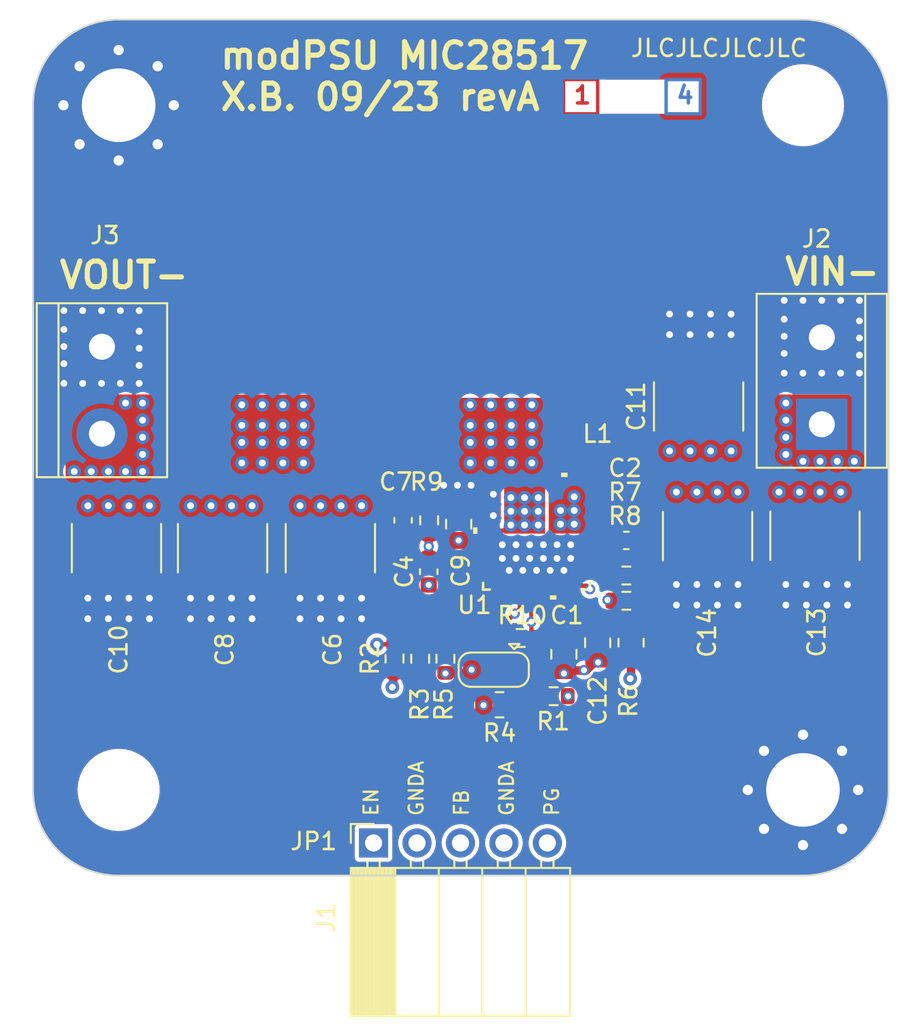
<source format=kicad_pcb>
(kicad_pcb (version 20221018) (generator pcbnew)
  (layers (0 "F.Cu" signal) (1 "In1.Cu" signal) (2 "In2.Cu" signal) (31 "B.Cu" signal) (34 "B.Paste" user) (35 "F.Paste" user) (36 "B.SilkS" user "B.Silkscreen") (37 "F.SilkS" user "F.Silkscreen") (38 "B.Mask" user) (39 "F.Mask" user) (44 "Edge.Cuts" user))
  (net 0 "")
  (net 1 "VDD")
  (net 2 "GNDA")
  (net 3 "Net-(C4-Pad1)")
  (net 4 "/FB")
  (net 5 "/PVDD")
  (net 6 "GND")
  (net 7 "/Vout")
  (net 8 "/Vin")
  (net 9 "/Svin")
  (net 10 "/EN")
  (net 11 "/PG")
  (net 12 "/MODE")
  (net 13 "/FREQ")
  (net 14 "/Ilim")
  (net 15 "/BST")
  (net 16 "/SW")
  (footprint "TerminalBlock:TerminalBlock_bornier-2_P5.08mm" (layer "F.Cu") (at 196.1 73.64 90)
    (fp_text reference "J2" (at 10.84 -0.3 180) (layer "F.SilkS"))
    (fp_text value "Vin")
    (pad "1" thru_hole rect (at 0 0 90) (size 3 3) (drill 1.52) (layers "*.Cu" "*.Mask") (net 8 "/Vin"))
    (pad "2" thru_hole circle (at 5.08 0 90) (size 3 3) (drill 1.52) (layers "*.Cu" "*.Mask") (net 6 "GND"))
  )
  (footprint "Resistor_SMD:R_0603_1608Metric" (layer "F.Cu") (at 180.425 89.525)
    (fp_text reference "R1" (at -0.025 1.475) (layer "F.SilkS"))
    (fp_text value "10k")
    (pad "1" smd roundrect (at -0.825 0) (size 0.8 0.95) (layers "F.Cu" "F.Paste" "F.Mask") (net 1 "VDD"))
    (pad "2" smd roundrect (at 0.825 0) (size 0.8 0.95) (layers "F.Cu" "F.Paste" "F.Mask") (net 11 "/PG"))
  )
  (footprint "Resistor_SMD:R_0603_1608Metric" (layer "F.Cu") (at 184.675 83.95 180)
    (fp_text reference "R8" (at 0.075 4.95 180) (layer "F.SilkS"))
    (fp_text value "DNP")
    (pad "1" smd roundrect (at -0.825 0 180) (size 0.8 0.95) (layers "F.Cu" "F.Paste" "F.Mask") (net 16 "/SW"))
    (pad "2" smd roundrect (at 0.825 0 180) (size 0.8 0.95) (layers "F.Cu" "F.Paste" "F.Mask") (net 3 "Net-(C4-Pad1)"))
  )
  (footprint "Capacitor_SMD:C_2220_5650Metric" (layer "F.Cu") (at 167.375 80.875 -90)
    (fp_text reference "C6" (at 5.925 -0.125 90) (layer "F.SilkS"))
    (fp_text value "22u")
    (pad "1" smd roundrect (at -2.55 0 270) (size 1.8 5.4) (layers "F.Cu" "F.Paste" "F.Mask") (roundrect_rratio 0.1388888889) (net 7 "/Vout"))
    (pad "2" smd roundrect (at 2.55 0 270) (size 1.8 5.4) (layers "F.Cu" "F.Paste" "F.Mask") (roundrect_rratio 0.1388888889) (net 6 "GND"))
  )
  (footprint "Resistor_SMD:R_0603_1608Metric" (layer "F.Cu") (at 178.5 86.125)
    (fp_text reference "R10" (at 0.1 -1.325) (layer "F.SilkS"))
    (fp_text value "R")
    (pad "1" smd roundrect (at -0.825 0) (size 0.8 0.95) (layers "F.Cu" "F.Paste" "F.Mask") (net 4 "/FB"))
    (pad "2" smd roundrect (at 0.825 0) (size 0.8 0.95) (layers "F.Cu" "F.Paste" "F.Mask") (net 2 "GNDA"))
  )
  (footprint "Resistor_SMD:R_0603_1608Metric" (layer "F.Cu") (at 171.125 87.325 90)
    (fp_text reference "R2" (at 0 -1.43 90) (layer "F.SilkS"))
    (fp_text value "10k")
    (pad "1" smd roundrect (at -0.825 0 90) (size 0.8 0.95) (layers "F.Cu" "F.Paste" "F.Mask") (net 8 "/Vin"))
    (pad "2" smd roundrect (at 0.825 0 90) (size 0.8 0.95) (layers "F.Cu" "F.Paste" "F.Mask") (net 10 "/EN"))
  )
  (footprint "Resistor_SMD:R_0603_1608Metric" (layer "F.Cu") (at 173.15 79.25 -90)
    (fp_text reference "R9" (at -2.25 0.15) (layer "F.SilkS"))
    (fp_text value "R")
    (pad "1" smd roundrect (at -0.825 0 270) (size 0.8 0.95) (layers "F.Cu" "F.Paste" "F.Mask") (net 7 "/Vout"))
    (pad "2" smd roundrect (at 0.825 0 270) (size 0.8 0.95) (layers "F.Cu" "F.Paste" "F.Mask") (net 4 "/FB"))
  )
  (footprint "TerminalBlock:TerminalBlock_bornier-2_P5.08mm" (layer "F.Cu") (at 154.025 69.11 -90)
    (fp_text reference "J3" (at -6.51 -0.175 -180) (layer "F.SilkS"))
    (fp_text value "Vout")
    (pad "1" thru_hole rect (at 0 0 270) (size 3 3) (drill 1.52) (layers "*.Cu" "*.Mask") (net 6 "GND"))
    (pad "2" thru_hole circle (at 5.08 0 270) (size 3 3) (drill 1.52) (layers "*.Cu" "*.Mask") (net 7 "/Vout"))
  )
  (footprint "Resistor_SMD:R_0603_1608Metric" (layer "F.Cu") (at 184.675 82.475 180)
    (fp_text reference "R7" (at 0.075 4.875 180) (layer "F.SilkS"))
    (fp_text value "3k18")
    (pad "1" smd roundrect (at -0.825 0 180) (size 0.8 0.95) (layers "F.Cu" "F.Paste" "F.Mask") (net 16 "/SW"))
    (pad "2" smd roundrect (at 0.825 0 180) (size 0.8 0.95) (layers "F.Cu" "F.Paste" "F.Mask") (net 14 "/Ilim"))
  )
  (footprint "Capacitor_SMD:C_2220_5650Metric" (layer "F.Cu") (at 161.075 80.875 -90)
    (fp_text reference "C8" (at 5.925 -0.125 90) (layer "F.SilkS"))
    (fp_text value "22u")
    (pad "1" smd roundrect (at -2.55 0 270) (size 1.8 5.4) (layers "F.Cu" "F.Paste" "F.Mask") (roundrect_rratio 0.1388888889) (net 7 "/Vout"))
    (pad "2" smd roundrect (at 2.55 0 270) (size 1.8 5.4) (layers "F.Cu" "F.Paste" "F.Mask") (roundrect_rratio 0.1388888889) (net 6 "GND"))
  )
  (footprint "Capacitor_SMD:C_2220_5650Metric" (layer "F.Cu") (at 195.7 80.15 -90)
    (fp_text reference "C13" (at 5.65 -0.1 90) (layer "F.SilkS"))
    (fp_text value "22u")
    (pad "1" smd roundrect (at -2.55 0 270) (size 1.8 5.4) (layers "F.Cu" "F.Paste" "F.Mask") (roundrect_rratio 0.1388888889) (net 8 "/Vin"))
    (pad "2" smd roundrect (at 2.55 0 270) (size 1.8 5.4) (layers "F.Cu" "F.Paste" "F.Mask") (roundrect_rratio 0.1388888889) (net 6 "GND"))
  )
  (footprint "Capacitor_SMD:C_2220_5650Metric" (layer "F.Cu") (at 188.9 72.6 90)
    (fp_text reference "C11" (at 0 -3.65 90) (layer "F.SilkS"))
    (fp_text value "22u")
    (pad "1" smd roundrect (at -2.55 0 90) (size 1.8 5.4) (layers "F.Cu" "F.Paste" "F.Mask") (roundrect_rratio 0.1388888889) (net 8 "/Vin"))
    (pad "2" smd roundrect (at 2.55 0 90) (size 1.8 5.4) (layers "F.Cu" "F.Paste" "F.Mask") (roundrect_rratio 0.1388888889) (net 6 "GND"))
  )
  (footprint "MountingHole:MountingHole_4.3mm_M4_Pad_Via" (layer "F.Cu") (at 155 55)
    (fp_text reference "H4")
    (fp_text value "MountingHole_Pad")
    (pad "1" thru_hole circle (at -3.225 0) (size 0.9 0.9) (drill 0.6) (layers "*.Cu" "*.Mask") (net 6 "GND"))
    (pad "1" thru_hole circle (at -2.280419 -2.280419) (size 0.9 0.9) (drill 0.6) (layers "*.Cu" "*.Mask") (net 6 "GND"))
    (pad "1" thru_hole circle (at -2.280419 2.280419) (size 0.9 0.9) (drill 0.6) (layers "*.Cu" "*.Mask") (net 6 "GND"))
    (pad "1" thru_hole circle (at 0 -3.225) (size 0.9 0.9) (drill 0.6) (layers "*.Cu" "*.Mask") (net 6 "GND"))
    (pad "1" thru_hole circle (at 0 0) (size 8.6 8.6) (drill 4.3) (layers "*.Cu" "*.Mask") (net 6 "GND"))
    (pad "1" thru_hole circle (at 0 3.225) (size 0.9 0.9) (drill 0.6) (layers "*.Cu" "*.Mask") (net 6 "GND"))
    (pad "1" thru_hole circle (at 2.280419 -2.280419) (size 0.9 0.9) (drill 0.6) (layers "*.Cu" "*.Mask") (net 6 "GND"))
    (pad "1" thru_hole circle (at 2.280419 2.280419) (size 0.9 0.9) (drill 0.6) (layers "*.Cu" "*.Mask") (net 6 "GND"))
    (pad "1" thru_hole circle (at 3.225 0) (size 0.9 0.9) (drill 0.6) (layers "*.Cu" "*.Mask") (net 6 "GND"))
  )
  (footprint "Jumper:SolderJumper-3_P1.3mm_Bridged12_RoundedPad1.0x1.5mm" (layer "F.Cu") (at 176.925 87.975 180)
    (fp_text reference "JP1" (at 10.525 -10.025) (layer "F.SilkS"))
    (fp_text value "MODE")
    (fp_poly (pts (xy -0.9 -0.3) (xy -0.4 -0.3) (xy -0.4 0.3) (xy -0.9 0.3)) (fill solid) (layer "F.Cu"))
    (pad "1" smd custom (at -1.3 0 180) (size 1 0.5) (layers "F.Cu" "F.Mask") (net 1 "VDD") (options (clearance outline) (anchor rect)) (primitives (gr_circle (center 0 0.25) (end 0.5 0.25) (width 0) (fill yes)) (gr_circle (center 0 -0.25) (end 0.5 -0.25) (width 0) (fill yes)) (gr_poly (pts (xy 0.55 0.75) (xy 0 0.75) (xy 0 -0.75) (xy 0.55 -0.75)) (width 0) (fill yes))))
    (pad "2" smd rect (at 0 0 180) (size 1 1.5) (layers "F.Cu" "F.Mask") (net 12 "/MODE"))
    (pad "3" smd custom (at 1.3 0 180) (size 1 0.5) (layers "F.Cu" "F.Mask") (net 2 "GNDA") (options (clearance outline) (anchor rect)) (primitives (gr_circle (center 0 0.25) (end 0.5 0.25) (width 0) (fill yes)) (gr_circle (center 0 -0.25) (end 0.5 -0.25) (width 0) (fill yes)) (gr_poly (pts (xy 0 0.75) (xy -0.55 0.75) (xy -0.55 -0.75) (xy 0 -0.75)) (width 0) (fill yes))))
  )
  (footprint "Capacitor_SMD:C_0603_1608Metric" (layer "F.Cu") (at 184.675 80.425)
    (fp_text reference "C2" (at -0.075 -4.225) (layer "F.SilkS"))
    (fp_text value "100n")
    (pad "1" smd roundrect (at -0.775 0) (size 0.9 0.95) (layers "F.Cu" "F.Paste" "F.Mask") (net 15 "/BST"))
    (pad "2" smd roundrect (at 0.775 0) (size 0.9 0.95) (layers "F.Cu" "F.Paste" "F.Mask") (net 16 "/SW"))
  )
  (footprint "MountingHole:MountingHole_4.3mm_M4" (layer "F.Cu") (at 195 55)
    (fp_text reference "H3")
    (fp_text value "MountingHole")
    (pad "" np_thru_hole circle (at 0 0) (size 4.3 4.3) (drill 4.3) (layers "*.Cu" "*.Mask"))
  )
  (footprint "Capacitor_SMD:C_2220_5650Metric" (layer "F.Cu") (at 189.425 80.175 -90)
    (fp_text reference "C14" (at 5.65 0.025 90) (layer "F.SilkS"))
    (fp_text value "22u")
    (pad "1" smd roundrect (at -2.55 0 270) (size 1.8 5.4) (layers "F.Cu" "F.Paste" "F.Mask") (roundrect_rratio 0.1388888889) (net 8 "/Vin"))
    (pad "2" smd roundrect (at 2.55 0 270) (size 1.8 5.4) (layers "F.Cu" "F.Paste" "F.Mask") (roundrect_rratio 0.1388888889) (net 6 "GND"))
  )
  (footprint "Resistor_SMD:R_0805_2012Metric" (layer "F.Cu") (at 184.95 86.4 90)
    (fp_text reference "R6" (at -3.4 -0.15 90) (layer "F.SilkS"))
    (fp_text value "2")
    (pad "1" smd roundrect (at -0.9125 0 90) (size 1.025 1.4) (layers "F.Cu" "F.Paste" "F.Mask") (roundrect_rratio 0.243902439) (net 8 "/Vin"))
    (pad "2" smd roundrect (at 0.9125 0 90) (size 1.025 1.4) (layers "F.Cu" "F.Paste" "F.Mask") (roundrect_rratio 0.243902439) (net 9 "/Svin"))
  )
  (footprint "footprints:MIC28517_VQFN32_EP_Lversion" (layer "F.Cu") (at 179.425 80.175 180)
    (fp_text reference "U1" (at 3.625 -4.025 unlocked) (layer "F.SilkS"))
    (fp_text value "MIC28517T-E")
    (pad "1" smd rect (at -2.8956 -2.274999 270) (size 0.254 0.6096) (layers "F.Cu" "F.Paste" "F.Mask") (net 14 "/Ilim"))
    (pad "2" smd rect (at -2.8956 -1.625001 270) (size 0.254 0.6096) (layers "F.Cu" "F.Paste" "F.Mask") (net 6 "GND"))
    (pad "3" smd rect (at -2.8956 -0.974999 270) (size 0.254 0.6096) (layers "F.Cu" "F.Paste" "F.Mask") (net 16 "/SW"))
    (pad "4" smd rect (at -2.8956 -0.325001 270) (size 0.254 0.6096) (layers "F.Cu" "F.Paste" "F.Mask") (net 15 "/BST"))
    (pad "5" smd rect (at -2.8956 0.325001 270) (size 0.254 0.6096) (layers "F.Cu" "F.Paste" "F.Mask") (net 8 "/Vin"))
    (pad "6" smd rect (at -2.8956 0.974999 270) (size 0.254 0.6096) (layers "F.Cu" "F.Paste" "F.Mask") (net 8 "/Vin"))
    (pad "7" smd rect (at -2.8956 1.625001 270) (size 0.254 0.6096) (layers "F.Cu" "F.Paste" "F.Mask") (net 8 "/Vin"))
    (pad "8" smd rect (at -2.8956 2.274999 270) (size 0.254 0.6096) (layers "F.Cu" "F.Paste" "F.Mask") (net 8 "/Vin"))
    (pad "9" smd rect (at -2.274999 2.8956 180) (size 0.254 0.6096) (layers "F.Cu" "F.Paste" "F.Mask") (net 8 "/Vin"))
    (pad "10" smd rect (at -1.625001 2.8956 180) (size 0.254 0.6096) (layers "F.Cu" "F.Paste" "F.Mask") (net 8 "/Vin"))
    (pad "11" smd rect (at -0.974999 2.8956 180) (size 0.254 0.6096) (layers "F.Cu" "F.Paste" "F.Mask") (net 8 "/Vin"))
    (pad "12" smd rect (at -0.325001 2.8956 180) (size 0.254 0.6096) (layers "F.Cu" "F.Paste" "F.Mask") (net 16 "/SW"))
    (pad "13" smd rect (at 0.325001 2.8956 180) (size 0.254 0.6096) (layers "F.Cu" "F.Paste" "F.Mask") (net 16 "/SW"))
    (pad "14" smd rect (at 0.974999 2.8956 180) (size 0.254 0.6096) (layers "F.Cu" "F.Paste" "F.Mask") (net 16 "/SW"))
    (pad "15" smd rect (at 1.625001 2.8956 180) (size 0.254 0.6096) (layers "F.Cu" "F.Paste" "F.Mask") (net 16 "/SW"))
    (pad "16" smd rect (at 2.274999 2.8956 180) (size 0.254 0.6096) (layers "F.Cu" "F.Paste" "F.Mask") (net 6 "GND"))
    (pad "17" smd rect (at 2.8956 2.274999 270) (size 0.254 0.6096) (layers "F.Cu" "F.Paste" "F.Mask") (net 6 "GND"))
    (pad "18" smd rect (at 2.8956 1.625001 270) (size 0.254 0.6096) (layers "F.Cu" "F.Paste" "F.Mask") (net 6 "GND"))
    (pad "19" smd rect (at 2.8956 0.974999 270) (size 0.254 0.6096) (layers "F.Cu" "F.Paste" "F.Mask") (net 6 "GND"))
    (pad "20" smd rect (at 2.8956 0.325001 270) (size 0.254 0.6096) (layers "F.Cu" "F.Paste" "F.Mask") (net 16 "/SW"))
    (pad "21" smd rect (at 2.8956 -0.325001 270) (size 0.254 0.6096) (layers "F.Cu" "F.Paste" "F.Mask") (net 5 "/PVDD"))
    (pad "22" smd rect (at 2.8956 -0.974999 270) (size 0.254 0.6096) (layers "F.Cu" "F.Paste" "F.Mask") (net 6 "GND"))
    (pad "23" smd rect (at 2.8956 -1.625001 270) (size 0.254 0.6096) (layers "F.Cu" "F.Paste" "F.Mask") (net 6 "GND"))
    (pad "24" smd rect (at 2.8956 -2.274999 270) (size 0.254 0.6096) (layers "F.Cu" "F.Paste" "F.Mask") (net 10 "/EN"))
    (pad "25" smd rect (at 2.274999 -2.8956 180) (size 0.254 0.6096) (layers "F.Cu" "F.Paste" "F.Mask") (net 13 "/FREQ"))
    (pad "26" smd rect (at 1.625001 -2.8956 180) (size 0.254 0.6096) (layers "F.Cu" "F.Paste" "F.Mask") (net 12 "/MODE"))
    (pad "27" smd rect (at 0.974999 -2.8956 180) (size 0.254 0.6096) (layers "F.Cu" "F.Paste" "F.Mask") (net 4 "/FB"))
    (pad "28" smd rect (at 0.325001 -2.8956 180) (size 0.254 0.6096) (layers "F.Cu" "F.Paste" "F.Mask") (net 2 "GNDA"))
    (pad "29" smd rect (at -0.325001 -2.8956 180) (size 0.254 0.6096) (layers "F.Cu" "F.Paste" "F.Mask") (net 6 "GND"))
    (pad "30" smd rect (at -0.974999 -2.8956 180) (size 0.254 0.6096) (layers "F.Cu" "F.Paste" "F.Mask") (net 1 "VDD"))
    (pad "31" smd rect (at -1.625001 -2.8956 180) (size 0.254 0.6096) (layers "F.Cu" "F.Paste" "F.Mask") (net 9 "/Svin"))
    (pad "32" smd rect (at -2.274999 -2.8956 180) (size 0.254 0.6096) (layers "F.Cu" "F.Paste" "F.Mask") (net 11 "/PG"))
    (pad "33" smd rect (at 0 -1.245 180) (size 4.8514 2.3622) (layers "F.Cu" "F.Paste" "F.Mask") (net 6 "GND"))
    (pad "EP5" smd rect (at -1.78 1.495 180) (size 2.1336 2.6924) (layers "F.Cu" "F.Paste" "F.Mask") (net 8 "/Vin"))
    (pad "EP12" smd rect (at 0.695 1.495 180) (size 2.3876 2.6924) (layers "F.Cu" "F.Paste" "F.Mask") (net 16 "/SW"))
    (pad "EP19" smd rect (at 2.475 1.82 180) (size 0.762 2.032) (layers "F.Cu" "F.Paste" "F.Mask") (net 6 "GND"))
  )
  (footprint "footprints:NetTie-2_SMD_Pad0.2mm" (layer "F.Cu") (at 179.425 83.95)
    (fp_text reference "NT1")
    (fp_text value "NetTie_2")
    (fp_poly (pts (xy -0.3 -0.15) (xy 0.3 -0.15) (xy 0.3 0.15) (xy -0.3 0.15)) (fill solid) (layer "F.Cu"))
    (pad "1" smd circle (at -0.3 0) (size 0.3 0.3) (layers "F.Cu") (net 2 "GNDA"))
    (pad "2" smd circle (at 0.3 0) (size 0.3 0.3) (layers "F.Cu") (net 6 "GND"))
  )
  (footprint "Capacitor_SMD:C_0603_1608Metric" (layer "F.Cu") (at 173.125 82.25 90)
    (fp_text reference "C4" (at 0 -1.43 90) (layer "F.SilkS"))
    (fp_text value "DNP")
    (pad "1" smd roundrect (at -0.775 0 90) (size 0.9 0.95) (layers "F.Cu" "F.Paste" "F.Mask") (net 3 "Net-(C4-Pad1)"))
    (pad "2" smd roundrect (at 0.775 0 90) (size 0.9 0.95) (layers "F.Cu" "F.Paste" "F.Mask") (net 4 "/FB"))
  )
  (footprint "footprints:SER2211_shielded_flatwire_L" (layer "F.Cu") (at 170.625 74.125 90)
    (fp_text reference "L1" (at -0.075 12.375 unlocked) (layer "F.SilkS"))
    (fp_text value "SER2211-273MED")
    (pad "1" smd rect (at -0.1 -6.7 90) (size 4.25 5.5) (layers "F.Cu" "F.Paste" "F.Mask") (net 7 "/Vout"))
    (pad "2" smd rect (at -0.1 6.6 90) (size 4.25 5.5) (layers "F.Cu" "F.Paste" "F.Mask") (net 16 "/SW"))
    (pad "3" smd rect (at 15.15 -0.05 90) (size 4.25 5.5) (layers "F.Cu" "F.Paste" "F.Mask"))
  )
  (footprint "Capacitor_SMD:C_2220_5650Metric" (layer "F.Cu") (at 154.875 80.875 -90)
    (fp_text reference "C10" (at 5.925 -0.125 90) (layer "F.SilkS"))
    (fp_text value "22u")
    (pad "1" smd roundrect (at -2.55 0 270) (size 1.8 5.4) (layers "F.Cu" "F.Paste" "F.Mask") (roundrect_rratio 0.1388888889) (net 7 "/Vout"))
    (pad "2" smd roundrect (at 2.55 0 270) (size 1.8 5.4) (layers "F.Cu" "F.Paste" "F.Mask") (roundrect_rratio 0.1388888889) (net 6 "GND"))
  )
  (footprint "Resistor_SMD:R_0603_1608Metric" (layer "F.Cu") (at 174.1 87.3375 -90)
    (fp_text reference "R5" (at 2.6625 0.1 -90) (layer "F.SilkS"))
    (fp_text value "R")
    (pad "1" smd roundrect (at -0.825 0 270) (size 0.8 0.95) (layers "F.Cu" "F.Paste" "F.Mask") (net 13 "/FREQ"))
    (pad "2" smd roundrect (at 0.825 0 270) (size 0.8 0.95) (layers "F.Cu" "F.Paste" "F.Mask") (net 2 "GNDA"))
  )
  (footprint "Connector_PinSocket_2.54mm:PinSocket_1x05_P2.54mm_Horizontal" (layer "F.Cu") (at 169.9 98.1 90)
    (fp_text reference "J1" (at -4.38 -2.77 90) (layer "F.SilkS"))
    (fp_text value "CTRL")
    (pad "1" thru_hole rect (at 0 0 90) (size 1.7 1.7) (drill 1) (layers "*.Cu" "*.Mask") (net 10 "/EN"))
    (pad "2" thru_hole oval (at 0 2.54 90) (size 1.7 1.7) (drill 1) (layers "*.Cu" "*.Mask") (net 2 "GNDA"))
    (pad "3" thru_hole oval (at 0 5.08 90) (size 1.7 1.7) (drill 1) (layers "*.Cu" "*.Mask") (net 4 "/FB"))
    (pad "4" thru_hole oval (at 0 7.62 90) (size 1.7 1.7) (drill 1) (layers "*.Cu" "*.Mask") (net 2 "GNDA"))
    (pad "5" thru_hole oval (at 0 10.16 90) (size 1.7 1.7) (drill 1) (layers "*.Cu" "*.Mask") (net 11 "/PG"))
  )
  (footprint "Capacitor_SMD:C_0805_2012Metric" (layer "F.Cu") (at 174.875 79.475 90)
    (fp_text reference "C9" (at -2.725 0.125 90) (layer "F.SilkS"))
    (fp_text value "10u")
    (pad "1" smd roundrect (at -0.95 0 90) (size 1 1.45) (layers "F.Cu" "F.Paste" "F.Mask") (net 5 "/PVDD"))
    (pad "2" smd roundrect (at 0.95 0 90) (size 1 1.45) (layers "F.Cu" "F.Paste" "F.Mask") (net 6 "GND"))
  )
  (footprint "Capacitor_SMD:C_0805_2012Metric" (layer "F.Cu") (at 183 86.4 -90)
    (fp_text reference "C12" (at 3.4 0 90) (layer "F.SilkS"))
    (fp_text value "1u")
    (pad "1" smd roundrect (at -0.95 0 270) (size 1 1.45) (layers "F.Cu" "F.Paste" "F.Mask") (net 9 "/Svin"))
    (pad "2" smd roundrect (at 0.95 0 270) (size 1 1.45) (layers "F.Cu" "F.Paste" "F.Mask") (net 2 "GNDA"))
  )
  (footprint "Capacitor_SMD:C_0805_2012Metric" (layer "F.Cu") (at 181.025 87.075 -90)
    (fp_text reference "C1" (at -2.275 -0.175 -180) (layer "F.SilkS"))
    (fp_text value "2u2")
    (pad "1" smd roundrect (at -0.95 0 270) (size 1 1.45) (layers "F.Cu" "F.Paste" "F.Mask") (net 1 "VDD"))
    (pad "2" smd roundrect (at 0.95 0 270) (size 1 1.45) (layers "F.Cu" "F.Paste" "F.Mask") (net 2 "GNDA"))
  )
  (footprint "Resistor_SMD:R_0603_1608Metric" (layer "F.Cu") (at 172.625 87.3375 90)
    (fp_text reference "R3" (at -2.6625 -0.025 90) (layer "F.SilkS"))
    (fp_text value "R")
    (pad "1" smd roundrect (at -0.825 0 90) (size 0.8 0.95) (layers "F.Cu" "F.Paste" "F.Mask") (net 8 "/Vin"))
    (pad "2" smd roundrect (at 0.825 0 90) (size 0.8 0.95) (layers "F.Cu" "F.Paste" "F.Mask") (net 13 "/FREQ"))
  )
  (footprint "Capacitor_SMD:C_0603_1608Metric" (layer "F.Cu") (at 171.625 79.25 -90)
    (fp_text reference "C7" (at -2.25 0.425 -180) (layer "F.SilkS"))
    (fp_text value "1n")
    (pad "1" smd roundrect (at -0.775 0 270) (size 0.9 0.95) (layers "F.Cu" "F.Paste" "F.Mask") (net 7 "/Vout"))
    (pad "2" smd roundrect (at 0.775 0 270) (size 0.9 0.95) (layers "F.Cu" "F.Paste" "F.Mask") (net 4 "/FB"))
  )
  (footprint "MountingHole:MountingHole_4.3mm_M4_Pad_Via" (layer "F.Cu") (at 195 95)
    (fp_text reference "H2")
    (fp_text value "MountingHole_Pad")
    (pad "1" thru_hole circle (at -3.225 0) (size 0.9 0.9) (drill 0.6) (layers "*.Cu" "*.Mask") (net 6 "GND"))
    (pad "1" thru_hole circle (at -2.280419 -2.280419) (size 0.9 0.9) (drill 0.6) (layers "*.Cu" "*.Mask") (net 6 "GND"))
    (pad "1" thru_hole circle (at -2.280419 2.280419) (size 0.9 0.9) (drill 0.6) (layers "*.Cu" "*.Mask") (net 6 "GND"))
    (pad "1" thru_hole circle (at 0 -3.225) (size 0.9 0.9) (drill 0.6) (layers "*.Cu" "*.Mask") (net 6 "GND"))
    (pad "1" thru_hole circle (at 0 0) (size 8.6 8.6) (drill 4.3) (layers "*.Cu" "*.Mask") (net 6 "GND"))
    (pad "1" thru_hole circle (at 0 3.225) (size 0.9 0.9) (drill 0.6) (layers "*.Cu" "*.Mask") (net 6 "GND"))
    (pad "1" thru_hole circle (at 2.280419 -2.280419) (size 0.9 0.9) (drill 0.6) (layers "*.Cu" "*.Mask") (net 6 "GND"))
    (pad "1" thru_hole circle (at 2.280419 2.280419) (size 0.9 0.9) (drill 0.6) (layers "*.Cu" "*.Mask") (net 6 "GND"))
    (pad "1" thru_hole circle (at 3.225 0) (size 0.9 0.9) (drill 0.6) (layers "*.Cu" "*.Mask") (net 6 "GND"))
  )
  (footprint "MountingHole:MountingHole_4.3mm_M4" (layer "F.Cu") (at 155 95)
    (fp_text reference "H1")
    (fp_text value "MountingHole")
    (pad "" np_thru_hole circle (at 0 0) (size 4.3 4.3) (drill 4.3) (layers "*.Cu" "*.Mask"))
  )
  (footprint "Resistor_SMD:R_0805_2012Metric" (layer "F.Cu") (at 177.2625 90.025 180)
    (fp_text reference "R4" (at 0 -1.65) (layer "F.SilkS"))
    (fp_text value "2")
    (pad "1" smd roundrect (at -0.9125 0 180) (size 1.025 1.4) (layers "F.Cu" "F.Paste" "F.Mask") (roundrect_rratio 0.243902439) (net 1 "VDD"))
    (pad "2" smd roundrect (at 0.9125 0 180) (size 1.025 1.4) (layers "F.Cu" "F.Paste" "F.Mask") (roundrect_rratio 0.243902439) (net 5 "/PVDD"))
  )
  (gr_rect (start 181 53.5) (end 183 55.5) (stroke (width 0.2)) (fill none) (layer "F.Cu"))
  (gr_rect (start 187 53.5) (end 189 55.5) (stroke (width 0.2)) (fill none) (layer "B.Cu"))
  (gr_line (start 155 50) (end 195 50) (stroke (width 0.1)) (layer "Edge.Cuts"))
  (gr_arc (start 150 55) (mid 151.464466 51.464466) (end 155 50) (stroke (width 0.1)) (layer "Edge.Cuts"))
  (gr_line (start 150 95) (end 150 55) (stroke (width 0.1)) (layer "Edge.Cuts"))
  (gr_arc (start 195 50) (mid 198.535534 51.464466) (end 200 55) (stroke (width 0.1)) (layer "Edge.Cuts"))
  (gr_line (start 195 100) (end 155 100) (stroke (width 0.1)) (layer "Edge.Cuts"))
  (gr_line (start 200 55) (end 200 95) (stroke (width 0.1)) (layer "Edge.Cuts"))
  (gr_arc (start 155 100) (mid 151.464466 98.535534) (end 150 95) (stroke (width 0.1)) (layer "Edge.Cuts"))
  (gr_arc (start 200 95) (mid 198.535534 98.535534) (end 195 100) (stroke (width 0.1)) (layer "Edge.Cuts"))
  (gr_text "1" (at 181.5 55) (layer "F.Cu") (effects (font (size 1 1) (thickness 0.2) bold) (justify left bottom)))
  (gr_text "4" (at 187.5 55) (layer "B.Cu") (effects (font (size 1 1) (thickness 0.2) bold) (justify left bottom)))
  (gr_text "modPSU MIC28517\nX.B. 09/23 revA" (at 160.8 55.4) (layer "F.SilkS") (effects (font (size 1.5 1.5) (thickness 0.3) bold) (justify left bottom)))
  (gr_text "VIN-" (at 193.8 65.6) (layer "F.SilkS") (effects (font (size 1.5 1.5) (thickness 0.3) bold) (justify left bottom)))
  (gr_text "VOUT-" (at 151.4 65.8) (layer "F.SilkS") (effects (font (size 1.5 1.5) (thickness 0.3) bold) (justify left bottom)))
  (gr_text "JLCJLCJLCJLC" (at 184.85 52.25) (layer "F.SilkS") (effects (font (size 1 1)) (justify left bottom)))
  (gr_text "EN\n\nGNDA\n\nFB\n\nGNDA\n\nPG" (at 180.8 96.6 90) (layer "F.SilkS") (effects (font (size 0.82 0.82) (thickness 0.13)) (justify left bottom)))
  (segment (start 180.9875 86.1625) (end 181.025 86.125) (width 0.5) (layer "F.Cu") (net 1))
  (segment (start 178.675 89.525) (end 178.175 90.025) (width 0.5) (layer "F.Cu") (net 1))
  (segment (start 180.399999 83.0706) (end 180.399999 85.499999) (width 0.254) (layer "F.Cu") (net 1))
  (segment (start 179.6 89.525) (end 178.675 89.525) (width 0.5) (layer "F.Cu") (net 1))
  (segment (start 180.975 86.125) (end 179.125 87.975) (width 0.5) (layer "F.Cu") (net 1))
  (segment (start 181.025 86.125) (end 180.975 86.125) (width 0.5) (layer "F.Cu") (net 1))
  (segment (start 178.225 89.975) (end 178.175 90.025) (width 0.5) (layer "F.Cu") (net 1))
  (segment (start 179.125 87.975) (end 178.225 87.975) (width 0.5) (layer "F.Cu") (net 1))
  (segment (start 180.399999 85.499999) (end 181.025 86.125) (width 0.254) (layer "F.Cu") (net 1))
  (segment (start 178.225 87.975) (end 178.225 89.975) (width 0.5) (layer "F.Cu") (net 1))
  (segment (start 182.225 88.025) (end 182.325 88.025) (width 0.5) (layer "F.Cu") (net 2))
  (segment (start 179.125 84.625) (end 179.125 85.175) (width 0.254) (layer "F.Cu") (net 2))
  (segment (start 174.1 88.2) (end 175.4375 88.1625) (width 0.5) (layer "F.Cu") (net 2))
  (segment (start 181.025 88.025) (end 182.175 88.025) (width 0.5) (layer "F.Cu") (net 2))
  (segment (start 174.1 88.1625) (end 174.1 88.2) (width 0.5) (layer "F.Cu") (net 2))
  (segment (start 182.325 88.025) (end 183 87.35) (width 0.5) (layer "F.Cu") (net 2))
  (segment (start 175.4375 88.1625) (end 175.625 87.975) (width 0.5) (layer "F.Cu") (net 2))
  (segment (start 182.175 88.025) (end 182.2 88) (width 0.5) (layer "F.Cu") (net 2))
  (segment (start 179.125 83.95) (end 179.125 84.625) (width 0.254) (layer "F.Cu") (net 2))
  (segment (start 179.125 85.175) (end 179.125 85.925) (width 0.254) (layer "F.Cu") (net 2))
  (segment (start 179.099999 83.0706) (end 179.1 83.95) (width 0.254) (layer "F.Cu") (net 2))
  (segment (start 179.125 85.925) (end 179.325 86.125) (width 0.254) (layer "F.Cu") (net 2))
  (segment (start 182.2 88) (end 182.225 88.025) (width 0.5) (layer "F.Cu") (net 2))
  (via (at 179.125 85.175) (size 0.6) (drill 0.35) (layers "F.Cu" "B.Cu") (net 2))
  (via (at 183.025 87.55) (size 0.6) (drill 0.35) (layers "F.Cu" "B.Cu") (net 2))
  (via (at 174.1 88.2) (size 0.6) (drill 0.35) (layers "F.Cu" "B.Cu") (net 2))
  (via (at 181.025 88.2) (size 0.6) (drill 0.35) (layers "F.Cu" "B.Cu") (net 2))
  (via (at 182.2 88) (size 0.6) (drill 0.35) (layers "F.Cu" "B.Cu") (net 2))
  (via (at 175.625 87.975) (size 0.6) (drill 0.35) (layers "F.Cu" "B.Cu") (net 2))
  (via (at 183.575 83.9015) (size 0.6) (drill 0.35) (layers "F.Cu" "B.Cu") (net 3))
  (via (at 173.125 83.025) (size 0.6) (drill 0.35) (layers "F.Cu" "B.Cu") (net 3))
  (segment (start 177.675 86.125) (end 177.675 85.175) (width 0.254) (layer "F.Cu") (net 4))
  (segment (start 178.450001 83.0706) (end 178.450001 84.399999) (width 0.254) (layer "F.Cu") (net 4))
  (segment (start 177.675 85.175) (end 178.15 84.7) (width 0.254) (layer "F.Cu") (net 4))
  (segment (start 173.15 80.075) (end 171.675 80.075) (width 0.5) (layer "F.Cu") (net 4))
  (segment (start 171.675 80.075) (end 171.625 80.025) (width 0.5) (layer "F.Cu") (net 4))
  (segment (start 178.450001 84.399999) (end 178.15 84.7) (width 0.254) (layer "F.Cu") (net 4))
  (segment (start 173.125 81.475) (end 173.125 80.1) (width 0.5) (layer "F.Cu") (net 4))
  (segment (start 173.125 80.1) (end 173.15 80.075) (width 0.5) (layer "F.Cu") (net 4))
  (via (at 173.125 80.775) (size 0.6) (drill 0.35) (layers "F.Cu" "B.Cu") (net 4))
  (via (at 178.15 84.7) (size 0.6) (drill 0.35) (layers "F.Cu" "B.Cu") (net 4))
  (segment (start 174.950003 80.500001) (end 174.875002 80.425) (width 0.25) (layer "F.Cu") (net 5))
  (segment (start 174.875 80.425) (end 174.875002 80.425) (width 0.25) (layer "F.Cu") (net 5))
  (segment (start 176.5294 80.500001) (end 174.950003 80.500001) (width 0.25) (layer "F.Cu") (net 5))
  (via (at 176.325 90.05) (size 0.6) (drill 0.35) (layers "F.Cu" "B.Cu") (net 5))
  (via (at 174.875002 80.425) (size 0.6) (drill 0.35) (layers "F.Cu" "B.Cu") (net 5))
  (segment (start 154.025 69.11) (end 187.96 69.11) (width 1) (layer "F.Cu") (net 6))
  (segment (start 190.39 68.56) (end 188.9 70.05) (width 1) (layer "F.Cu") (net 6))
  (segment (start 196.1 68.56) (end 190.39 68.56) (width 1) (layer "F.Cu") (net 6))
  (segment (start 189.45 82.7) (end 189.425 82.725) (width 0.5) (layer "F.Cu") (net 6))
  (segment (start 195.7 82.7) (end 189.45 82.7) (width 0.5) (layer "F.Cu") (net 6))
  (segment (start 187.96 69.11) (end 188.9 70.05) (width 1) (layer "F.Cu") (net 6))
  (segment (start 182.3206 81.800001) (end 181.750001 81.800001) (width 0.254) (layer "F.Cu") (net 6))
  (segment (start 179.749999 83.0706) (end 179.75 83.95) (width 0.254) (layer "F.Cu") (net 6))
  (segment (start 176.5294 81.800001) (end 177.099999 81.800001) (width 0.254) (layer "F.Cu") (net 6))
  (segment (start 181.750001 81.800001) (end 181.425 81.475) (width 0.254) (layer "F.Cu") (net 6))
  (segment (start 177.099999 81.149999) (end 177.425 81.475) (width 0.254) (layer "F.Cu") (net 6))
  (segment (start 176.5294 81.149999) (end 177.099999 81.149999) (width 0.254) (layer "F.Cu") (net 6))
  (segment (start 154.875 83.425) (end 167.375 83.425) (width 0.5) (layer "F.Cu") (net 6))
  (segment (start 177.099999 81.800001) (end 177.425 81.475) (width 0.254) (layer "F.Cu") (net 6))
  (via (at 153.2 85) (size 0.8) (drill 0.4) (layers "F.Cu" "B.Cu") (net 6))
  (via (at 166.8 85) (size 0.8) (drill 0.4) (layers "F.Cu" "B.Cu") (net 6))
  (via (at 187.2 68.4) (size 0.8) (drill 0.4) (layers "F.Cu" "B.Cu") (net 6))
  (via (at 193.9 69.5) (size 0.8) (drill 0.4) (layers "F.Cu" "B.Cu") (net 6))
  (via (at 151.8 68.1) (size 0.8) (drill 0.4) (layers "F.Cu" "B.Cu") (net 6))
  (via (at 196.1 70.65) (size 0.8) (drill 0.4) (layers "F.Cu" "B.Cu") (net 6))
  (via (at 160.4 83.8) (size 0.8) (drill 0.4) (layers "F.Cu" "B.Cu") (net 6))
  (via (at 187.2 67.2) (size 0.8) (drill 0.4) (layers "F.Cu" "B.Cu") (net 6))
  (via (at 152.9 71.25) (size 0.8) (drill 0.4) (layers "F.Cu" "B.Cu") (net 6))
  (via (at 195.2 83) (size 0.8) (drill 0.4) (layers "F.Cu" "B.Cu") (net 6))
  (via (at 169.2 83.8) (size 0.8) (drill 0.4) (layers "F.Cu" "B.Cu") (net 6))
  (via (at 174 77.2) (size 0.8) (drill 0.4) (layers "F.Cu" "B.Cu") (net 6))
  (via (at 155.6 85) (size 0.8) (drill 0.4) (layers "F.Cu" "B.Cu") (net 6))
  (via (at 153.2 83.8) (size 0.8) (drill 0.4) (layers "F.Cu" "B.Cu") (net 6))
  (via (at 154.4 83.8) (size 0.8) (drill 0.4) (layers "F.Cu" "B.Cu") (net 6))
  (via (at 175.6 77.2) (size 0.8) (drill 0.4) (layers "F.Cu" "B.Cu") (net 6))
  (via (at 193.9 70.65) (size 0.8) (drill 0.4) (layers "F.Cu" "B.Cu") (net 6))
  (via (at 156.2 68.2) (size 0.8) (drill 0.4) (layers "F.Cu" "B.Cu") (net 6))
  (via (at 156.8 83.8) (size 0.8) (drill 0.4) (layers "F.Cu" "B.Cu") (net 6))
  (via (at 198.3 66.4) (size 0.8) (drill 0.4) (layers "F.Cu" "B.Cu") (net 6))
  (via (at 198.3 67.6) (size 0.8) (drill 0.4) (layers "F.Cu" "B.Cu") (net 6))
  (via (at 188.4 68.4) (size 0.8) (drill 0.4) (layers "F.Cu" "B.Cu") (net 6))
  (via (at 189.6 67.2) (size 0.8) (drill 0.4) (layers "F.Cu" "B.Cu") (net 6))
  (via (at 195 66.4) (size 0.8) (drill 0.4) (layers "F.Cu" "B.Cu") (net 6))
  (via (at 187.6 84.2) (size 0.8) (drill 0.4) (layers "F.Cu" "B.Cu") (net 6))
  (via (at 156.2 70.2) (size 0.8) (drill 0.4) (layers "F.Cu" "B.Cu") (net 6))
  (via (at 156.2 67) (size 0.8) (drill 0.4) (layers "F.Cu" "B.Cu") (net 6))
  (via (at 177.425 80.675) (size 0.8) (drill 0.4) (layers "F.Cu" "B.Cu") (net 6))
  (via (at 156.2 71.25) (size 0.8) (drill 0.4) (layers "F.Cu" "B.Cu") (net 6))
  (via (at 193.9 67.5) (size 0.8) (drill 0.4) (layers "F.Cu" "B.Cu") (net 6))
  (via (at 197.6 83) (size 0.8) (drill 0.4) (layers "F.Cu" "B.Cu") (net 6))
  (via (at 197.2 66.4) (size 0.8) (drill 0.4) (layers "F.Cu" "B.Cu") (net 6))
  (via (at 161.6 85) (size 0.8) (drill 0.4) (layers "F.Cu" "B.Cu") (net 6))
  (via (at 151.8 70.1) (size 0.8) (drill 0.4) (layers "F.Cu" "B.Cu") (net 6))
  (via (at 190.8 68.4) (size 0.8) (drill 0.4) (layers "F.Cu" "B.Cu") (net 6))
  (via (at 195.2 84.2) (size 0.8) (drill 0.4) (layers "F.Cu" "B.Cu") (net 6))
  (via (at 196.4 83) (size 0.8) (drill 0.4) (layers "F.Cu" "B.Cu") (net 6))
  (via (at 179.025 81.475) (size 0.8) (drill 0.4) (layers "F.Cu" "B.Cu") (net 6))
  (via (at 165.6 85) (size 0.8) (drill 0.4) (layers "F.Cu" "B.Cu") (net 6))
  (via (at 179.825 81.475) (size 0.8) (drill 0.4) (layers "F.Cu" "B.Cu") (net 6))
  (via (at 193.9 68.5) (size 0.8) (drill 0.4) (layers "F.Cu" "B.Cu") (net 6))
  (via (at 191.2 84.2) (size 0.8) (drill 0.4) (layers "F.Cu" "B.Cu") (net 6))
  (via (at 188.8 84.2) (size 0.8) (drill 0.4) (layers "F.Cu" "B.Cu") (net 6))
  (via (at 174.8 77.2) (size 0.8) (drill 0.4) (layers "F.Cu" "B.Cu") (net 6))
  (via (at 198.3 70.65) (size 0.8) (drill 0.4) (layers "F.Cu" "B.Cu") (net 6))
  (via (at 191.2 83) (size 0.8) (drill 0.4) (layers "F.Cu" "B.Cu") (net 6))
  (via (at 159.2 83.8) (size 0.8) (drill 0.4) (layers "F.Cu" "B.Cu") (net 6))
  (via (at 154.4 85) (size 0.8) (drill 0.4) (layers "F.Cu" "B.Cu") (net 6))
  (via (at 197.6 84.2) (size 0.8) (drill 0.4) (layers "F.Cu" "B.Cu") (net 6))
  (via (at 155.1 67) (size 0.8) (drill 0.4) (layers "F.Cu" "B.Cu") (net 6))
  (via (at 176.9 77.725) (size 0.8) (drill 0.4) (layers "F.Cu" "B.Cu") (net 6))
  (via (at 178.225 81.475) (size 0.8) (drill 0.4) (layers "F.Cu" "B.Cu") (net 6))
  (via (at 190 84.2) (size 0.8) (drill 0.4) (layers "F.Cu" "B.Cu") (net 6))
  (via (at 195 70.65) (size 0.8) (drill 0.4) (layers "F.Cu" "B.Cu") (net 6))
  (via (at 154 67) (size 0.8) (drill 0.4) (layers "F.Cu" "B.Cu") (net 6))
  (via (at 180.625 80.675) (size 0.8) (drill 0.4) (layers "F.Cu" "B.Cu") (net 6))
  (via (at 152.9 67) (size 0.8) (drill 0.4) (layers "F.Cu" "B.Cu") (net 6))
  (via (at 180.625 81.475) (size 0.8) (drill 0.4) (layers "F.Cu" "B.Cu") (net 6))
  (via (at 181.025 82.175) (size 0.8) (drill 0.4) (layers "F.Cu" "B.Cu") (net 6))
  (via (at 178.625 82.175) (size 0.8) (drill 0.4) (layers "F.Cu" "B.Cu") (net 6))
  (via (at 162.8 85) (size 0.8) (drill 0.4) (layers "F.Cu" "B.Cu") (net 6))
  (via (at 179.025 80.675) (size 0.8) (drill 0.4) (layers "F.Cu" "B.Cu") (net 6))
  (via (at 178.225 80.675) (size 0.8) (drill 0.4) (layers "F.Cu" "B.Cu") (net 6))
  (via (at 156.2 69.2) (size 0.8) (drill 0.4) (layers "F.Cu" "B.Cu") (net 6))
  (via (at 179.825 80.675) (size 0.8) (drill 0.4) (layers "F.Cu" "B.Cu") (net 6))
  (via (at 154 71.25) (size 0.8) (drill 0.4) (layers "F.Cu" "B.Cu") (net 6))
  (via (at 160.4 85) (size 0.8) (drill 0.4) (layers "F.Cu" "B.Cu") (net 6))
  (via (at 188.4 67.2) (size 0.8) (drill 0.4) (layers "F.Cu" "B.Cu") (net 6))
  (via (at 168 85) (size 0.8) (drill 0.4) (layers "F.Cu" "B.Cu") (net 6))
  (via (at 190.8 67.2) (size 0.8) (drill 0.4) (layers "F.Cu" "B.Cu") (net 6))
  (via (at 196.1 66.4) (size 0.8) (drill 0.4) (layers "F.Cu" "B.Cu") (net 6))
  (via (at 196.4 84.2) (size 0.8) (drill 0.4) (layers "F.Cu" "B.Cu") (net 6))
  (via (at 165.6 83.8) (size 0.8) (drill 0.4) (layers "F.Cu" "B.Cu") (net 6))
  (via (at 188.8 83) (size 0.8) (drill 0.4) (layers "F.Cu" "B.Cu") (net 6))
  (via (at 177.425 81.475) (size 0.8) (drill 0.4) (layers "F.Cu" "B.Cu") (net 6))
  (via (at 176.9 78.975) (size 0.8) (drill 0.4) (layers "F.Cu" "B.Cu") (net 6))
  (via (at 180.225 82.175) (size 0.8) (drill 0.4) (layers "F.Cu" "B.Cu") (net 6))
  (via (at 187.6 83) (size 0.8) (drill 0.4) (layers "F.Cu" "B.Cu") (net 6))
  (via (at 155.6 83.8) (size 0.8) (drill 0.4) (layers "F.Cu" "B.Cu") (net 6))
  (via (at 193.9 66.4) (size 0.8) (drill 0.4) (layers "F.Cu" "B.Cu") (net 6))
  (via (at 198.3 69.6) (size 0.8) (drill 0.4) (layers "F.Cu" "B.Cu") (net 6))
  (via (at 169.2 85) (size 0.8) (drill 0.4) (layers "F.Cu" "B.Cu") (net 6))
  (via (at 151.8 69.1) (size 0.8) (drill 0.4) (layers "F.Cu" "B.Cu") (net 6))
  (via (at 161.6 83.8) (size 0.8) (drill 0.4) (layers "F.Cu" "B.Cu") (net 6))
  (via (at 190 83) (size 0.8) (drill 0.4) (layers "F.Cu" "B.Cu") (net 6))
  (via (at 177.825 82.175) (size 0.8) (drill 0.4) (layers "F.Cu" "B.Cu") (net 6))
  (via (at 159.2 85) (size 0.8) (drill 0.4) (layers "F.Cu" "B.Cu") (net 6))
  (via (at 181.425 80.675) (size 0.8) (drill 0.4) (layers "F.Cu" "B.Cu") (net 6))
  (via (at 166.8 83.8) (size 0.8) (drill 0.4) (layers "F.Cu" "B.Cu") (net 6))
  (via (at 151.8 67) (size 0.8) (drill 0.4) (layers "F.Cu" "B.Cu") (net 6))
  (via (at 155.1 71.25) (size 0.8) (drill 0.4) (layers "F.Cu" "B.Cu") (net 6))
  (via (at 194 84.2) (size 0.8) (drill 0.4) (layers "F.Cu" "B.Cu") (net 6))
  (via (at 151.8 71.25) (size 0.8) (drill 0.4) (layers "F.Cu" "B.Cu") (net 6))
  (via (at 194 83) (size 0.8) (drill 0.4) (layers "F.Cu" "B.Cu") (net 6))
  (via (at 168 83.8) (size 0.8) (drill 0.4) (layers "F.Cu" "B.Cu") (net 6))
  (via (at 181.425 81.475) (size 0.8) (drill 0.4) (layers "F.Cu" "B.Cu") (net 6))
  (via (at 189.6 68.4) (size 0.8) (drill 0.4) (layers "F.Cu" "B.Cu") (net 6))
  (via (at 179.425 82.175) (size 0.8) (drill 0.4) (layers "F.Cu" "B.Cu") (net 6))
  (via (at 162.8 83.8) (size 0.8) (drill 0.4) (layers "F.Cu" "B.Cu") (net 6))
  (via (at 197.2 70.65) (size 0.8) (drill 0.4) (layers "F.Cu" "B.Cu") (net 6))
  (via (at 198.3 68.6) (size 0.8) (drill 0.4) (layers "F.Cu" "B.Cu") (net 6))
  (via (at 156.8 85) (size 0.8) (drill 0.4) (layers "F.Cu" "B.Cu") (net 6))
  (segment (start 163.925 74.225) (end 163.925 75.475) (width 1) (layer "F.Cu") (net 7))
  (segment (start 154.025 77.475) (end 154.875 78.325) (width 0.5) (layer "F.Cu") (net 7))
  (segment (start 163.925 75.475) (end 161.075 78.325) (width 1) (layer "F.Cu") (net 7))
  (segment (start 154.025 75.775) (end 153.4 76.4) (width 0.5) (layer "F.Cu") (net 7))
  (segment (start 154.025 77.025) (end 154.025 77.475) (width 0.5) (layer "F.Cu") (net 7))
  (segment (start 167.525 78.475) (end 167.375 78.325) (width 0.5) (layer "F.Cu") (net 7))
  (segment (start 173.15 78.425) (end 171.675 78.425) (width 0.5) (layer "F.Cu") (net 7))
  (segment (start 171.675 78.425) (end 171.625 78.475) (width 0.5) (layer "F.Cu") (net 7))
  (segment (start 154.875 78.325) (end 167.375 78.325) (width 1) (layer "F.Cu") (net 7))
  (segment (start 171.625 78.475) (end 167.525 78.475) (width 0.5) (layer "F.Cu") (net 7))
  (segment (start 153.4 76.4) (end 154.025 77.025) (width 0.5) (layer "F.Cu") (net 7))
  (segment (start 154.025 74.19) (end 154.025 75.775) (width 0.5) (layer "F.Cu") (net 7))
  (via (at 156.8 78.4) (size 0.8) (drill 0.4) (layers "F.Cu" "B.Cu") (net 7))
  (via (at 156.4 76.4) (size 0.8) (drill 0.4) (layers "F.Cu" "B.Cu") (net 7))
  (via (at 166.8 78.4) (size 0.8) (drill 0.4) (layers "F.Cu" "B.Cu") (net 7))
  (via (at 156.4 73.4) (size 0.8) (drill 0.4) (layers "F.Cu" "B.Cu") (net 7))
  (via (at 159.2 78.4) (size 0.8) (drill 0.4) (layers "F.Cu" "B.Cu") (net 7))
  (via (at 162.8 78.4) (size 0.8) (drill 0.4) (layers "F.Cu" "B.Cu") (net 7))
  (via (at 162.2 72.5) (size 0.8) (drill 0.4) (layers "F.Cu" "B.Cu") (net 7))
  (via (at 160.4 78.4) (size 0.8) (drill 0.4) (layers "F.Cu" "B.Cu") (net 7))
  (via (at 165.8 73.7) (size 0.8) (drill 0.4) (layers "F.Cu" "B.Cu") (net 7))
  (via (at 165.8 74.7) (size 0.8) (drill 0.4) (layers "F.Cu" "B.Cu") (net 7))
  (via (at 169.2 78.4) (size 0.8) (drill 0.4) (layers "F.Cu" "B.Cu") (net 7))
  (via (at 165.8 72.5) (size 0.8) (drill 0.4) (layers "F.Cu" "B.Cu") (net 7))
  (via (at 156.4 74.4) (size 0.8) (drill 0.4) (layers "F.Cu" "B.Cu") (net 7))
  (via (at 155.6 78.4) (size 0.8) (drill 0.4) (layers "F.Cu" "B.Cu") (net 7))
  (via (at 164.6 73.7) (size 0.8) (drill 0.4) (layers "F.Cu" "B.Cu") (net 7))
  (via (at 164.6 74.7) (size 0.8) (drill 0.4) (layers "F.Cu" "B.Cu") (net 7))
  (via (at 154.4 78.4) (size 0.8) (drill 0.4) (layers "F.Cu" "B.Cu") (net 7))
  (via (at 153.2 78.4) (size 0.8) (drill 0.4) (layers "F.Cu" "B.Cu") (net 7))
  (via (at 162.2 74.7) (size 0.8) (drill 0.4) (layers "F.Cu" "B.Cu") (net 7))
  (via (at 156.4 72.4) (size 0.8) (drill 0.4) (layers "F.Cu" "B.Cu") (net 7))
  (via (at 164.6 75.9) (size 0.8) (drill 0.4) (layers "F.Cu" "B.Cu") (net 7))
  (via (at 163.4 73.7) (size 0.8) (drill 0.4) (layers "F.Cu" "B.Cu") (net 7))
  (via (at 156.4 75.4) (size 0.8) (drill 0.4) (layers "F.Cu" "B.Cu") (net 7))
  (via (at 164.6 72.5) (size 0.8) (drill 0.4) (layers "F.Cu" "B.Cu") (net 7))
  (via (at 152.4 76.4) (size 0.8) (drill 0.4) (layers "F.Cu" "B.Cu") (net 7))
  (via (at 163.4 74.7) (size 0.8) (drill 0.4) (layers "F.Cu" "B.Cu") (net 7))
  (via (at 162.2 75.9) (size 0.8) (drill 0.4) (layers "F.Cu" "B.Cu") (net 7))
  (via (at 165.8 75.9) (size 0.8) (drill 0.4) (layers "F.Cu" "B.Cu") (net 7))
  (via (at 154.4 76.4) (size 0.8) (drill 0.4) (layers "F.Cu" "B.Cu") (net 7))
  (via (at 155.4 76.4) (size 0.8) (drill 0.4) (layers "F.Cu" "B.Cu") (net 7))
  (via (at 153.4 76.4) (size 0.8) (drill 0.4) (layers "F.Cu" "B.Cu") (net 7))
  (via (at 163.4 72.5) (size 0.8) (drill 0.4) (layers "F.Cu" "B.Cu") (net 7))
  (via (at 155.4 72.4) (size 0.8) (drill 0.4) (layers "F.Cu" "B.Cu") (net 7))
  (via (at 168 78.4) (size 0.8) (drill 0.4) (layers "F.Cu" "B.Cu") (net 7))
  (via (at 165.6 78.4) (size 0.8) (drill 0.4) (layers "F.Cu" "B.Cu") (net 7))
  (via (at 162.2 73.7) (size 0.8) (drill 0.4) (layers "F.Cu" "B.Cu") (net 7))
  (via (at 163.4 75.9) (size 0.8) (drill 0.4) (layers "F.Cu" "B.Cu") (net 7))
  (via (at 161.6 78.4) (size 0.8) (drill 0.4) (layers "F.Cu" "B.Cu") (net 7))
  (segment (start 171.1375 88.1625) (end 171.125 88.15) (width 0.5) (layer "F.Cu") (net 8))
  (segment (start 195.7 77.6) (end 189.45 77.6) (width 1) (layer "F.Cu") (net 8))
  (segment (start 188.9 77.1) (end 189.425 77.625) (width 1) (layer "F.Cu") (net 8))
  (segment (start 172.625 88.1625) (end 171.1375 88.1625) (width 0.5) (layer "F.Cu") (net 8))
  (segment (start 196.1 73.64) (end 196.1 75.7) (width 1) (layer "F.Cu") (net 8))
  (segment (start 189.45 77.6) (end 189.425 77.625) (width 1) (layer "F.Cu") (net 8))
  (segment (start 188.9 75.15) (end 188.9 77.1) (width 1) (layer "F.Cu") (net 8))
  (segment (start 171.125 88.15) (end 171 89) (width 0.5) (layer "F.Cu") (net 8))
  (segment (start 196.1 75.9) (end 196.1 77.2) (width 1) (layer "F.Cu") (net 8))
  (segment (start 185.7 77.625) (end 184.025 79.3) (width 0.5) (layer "F.Cu") (net 8))
  (segment (start 182.675 77.625) (end 181.625 78.675) (width 1) (layer "F.Cu") (net 8))
  (segment (start 184.025 79.3) (end 183.3 79.3) (width 0.5) (layer "F.Cu") (net 8))
  (segment (start 184.95 87.3125) (end 184.95 88.45) (width 0.5) (layer "F.Cu") (net 8))
  (segment (start 185.7 77.625) (end 182.675 77.625) (width 1) (layer "F.Cu") (net 8))
  (segment (start 196.1 75.7) (end 196 75.8) (width 1) (layer "F.Cu") (net 8))
  (segment (start 196.1 77.2) (end 195.7 77.6) (width 1) (layer "F.Cu") (net 8))
  (segment (start 184.95 88.45) (end 184.9 88.5) (width 0.5) (layer "F.Cu") (net 8))
  (segment (start 189.425 77.625) (end 185.7 77.625) (width 1) (layer "F.Cu") (net 8))
  (segment (start 171 89) (end 171.125 88.875) (width 0.5) (layer "F.Cu") (net 8))
  (segment (start 196 75.8) (end 196.1 75.9) (width 1) (layer "F.Cu") (net 8))
  (via (at 194 74.4) (size 0.8) (drill 0.4) (layers "F.Cu" "B.Cu") (net 8))
  (via (at 196 75.8) (size 0.8) (drill 0.4) (layers "F.Cu" "B.Cu") (net 8))
  (via (at 184.9 88.5) (size 0.8) (drill 0.4) (layers "F.Cu" "B.Cu") (net 8))
  (via (at 181.625 78.675) (size 0.8) (drill 0.4) (layers "F.Cu" "B.Cu") (net 8))
  (via (at 187.2 75.2) (size 0.8) (drill 0.4) (layers "F.Cu" "B.Cu") (net 8))
  (via (at 190.8 75.2) (size 0.8) (drill 0.4) (layers "F.Cu" "B.Cu") (net 8))
  (via (at 181.625 79.475) (size 0.8) (drill 0.4) (layers "F.Cu" "B.Cu") (net 8))
  (via (at 191.2 77.6) (size 0.8) (drill 0.4) (layers "F.Cu" "B.Cu") (net 8))
  (via (at 197.2 77.6) (size 0.8) (drill 0.4) (layers "F.Cu" "B.Cu") (net 8))
  (via (at 180.825 79.475) (size 0.8) (drill 0.4) (layers "F.Cu" "B.Cu") (net 8))
  (via (at 194.8 77.6) (size 0.8) (drill 0.4) (layers "F.Cu" "B.Cu") (net 8))
  (via (at 194 73.4) (size 0.8) (drill 0.4) (layers "F.Cu" "B.Cu") (net 8))
  (via (at 194 72.4) (size 0.8) (drill 0.4) (layers "F.Cu" "B.Cu") (net 8))
  (via (at 193.6 77.6) (size 0.8) (drill 0.4) (layers "F.Cu" "B.Cu") (net 8))
  (via (at 171 89) (size 0.8) (drill 0.4) (layers "F.Cu" "B.Cu") (net 8))
  (via (at 188.4 75.2) (size 0.8) (drill 0.4) (layers "F.Cu" "B.Cu") (net 8))
  (via (at 187.6 77.6) (size 0.8) (drill 0.4) (layers "F.Cu" "B.Cu") (net 8))
  (via (at 195 75.8) (size 0.8) (drill 0.4) (layers "F.Cu" "B.Cu") (net 8))
  (via (at 180.825 78.675) (size 0.8) (drill 0.4) (layers "F.Cu" "B.Cu") (net 8))
  (via (at 194 75.4) (size 0.8) (drill 0.4) (layers "F.Cu" "B.Cu") (net 8))
  (via (at 188.8 77.6) (size 0.8) (drill 0.4) (layers "F.Cu" "B.Cu") (net 8))
  (via (at 196 77.6) (size 0.8) (drill 0.4) (layers "F.Cu" "B.Cu") (net 8))
  (via (at 190 77.6) (size 0.8) (drill 0.4) (layers "F.Cu" "B.Cu") (net 8))
  (via (at 181.625 77.875) (size 0.8) (drill 0.4) (layers "F.Cu" "B.Cu") (net 8))
  (via (at 197 75.8) (size 0.8) (drill 0.4) (layers "F.Cu" "B.Cu") (net 8))
  (via (at 189.6 75.2) (size 0.8) (drill 0.4) (layers "F.Cu" "B.Cu") (net 8))
  (via (at 198 75.8) (size 0.8) (drill 0.4) (layers "F.Cu" "B.Cu") (net 8))
  (segment (start 183.0375 85.4875) (end 183 85.45) (width 0.5) (layer "F.Cu") (net 9))
  (segment (start 184.95 85.4875) (end 183.0375 85.4875) (width 0.5) (layer "F.Cu") (net 9))
  (segment (start 181.050001 83.0706) (end 181.050001 83.6294) (width 0.254) (layer "F.Cu") (net 9))
  (segment (start 182.870601 85.45) (end 183 85.45) (width 0.254) (layer "F.Cu") (net 9))
  (segment (start 181.050001 83.6294) (end 182.870601 85.45) (width 0.254) (layer "F.Cu") (net 9))
  (segment (start 176.5294 82.449999) (end 175.150001 82.449999) (width 0.254) (layer "F.Cu") (net 10))
  (segment (start 171.1 86.5) (end 170.1 86.5) (width 0.254) (layer "F.Cu") (net 10))
  (segment (start 171.125 86.5) (end 170.1 86.5) (width 0.254) (layer "F.Cu") (net 10))
  (segment (start 175.150001 82.449999) (end 171.1 86.5) (width 0.254) (layer "F.Cu") (net 10))
  (via (at 170.1 86.5) (size 0.8) (drill 0.4) (layers "F.Cu" "B.Cu") (net 10))
  (segment (start 181.699999 83.0706) (end 181.699999 83.099999) (width 0.254) (layer "F.Cu") (net 11))
  (segment (start 181.699999 83.0706) (end 182.3456 83.0706) (width 0.254) (layer "F.Cu") (net 11))
  (segment (start 182.3456 83.0706) (end 182.55 83.275) (width 0.254) (layer "F.Cu") (net 11))
  (via (at 182.55 83.275) (size 0.6) (drill 0.35) (layers "F.Cu" "B.Cu") (net 11))
  (via (at 181.275 89.525) (size 0.6) (drill 0.35) (layers "F.Cu" "B.Cu") (net 11))
  (segment (start 177.799999 83.900001) (end 176.925 84.775) (width 0.254) (layer "F.Cu") (net 12))
  (segment (start 177.799999 83.0706) (end 177.799999 83.900001) (width 0.254) (layer "F.Cu") (net 12))
  (segment (start 176.925 84.775) (end 176.925 87.975) (width 0.254) (layer "F.Cu") (net 12))
  (segment (start 177.150001 83.749999) (end 174.3875 86.5125) (width 0.254) (layer "F.Cu") (net 13))
  (segment (start 177.150001 83.0706) (end 177.150001 83.749999) (width 0.254) (layer "F.Cu") (net 13))
  (segment (start 172.625 86.5125) (end 174.1 86.5125) (width 0.5) (layer "F.Cu") (net 13))
  (segment (start 174.3875 86.5125) (end 174.1 86.5125) (width 0.254) (layer "F.Cu") (net 13))
  (segment (start 183.824999 82.449999) (end 183.85 82.475) (width 0.254) (layer "F.Cu") (net 14))
  (segment (start 182.3206 82.449999) (end 183.824999 82.449999) (width 0.254) (layer "F.Cu") (net 14))
  (segment (start 182.3206 80.500001) (end 183.824999 80.500001) (width 0.25) (layer "F.Cu") (net 15))
  (segment (start 183.824999 80.500001) (end 183.9 80.425) (width 0.25) (layer "F.Cu") (net 15))
  (segment (start 185.45 80.425) (end 185.45 81.475) (width 0.5) (layer "F.Cu") (net 16))
  (segment (start 177.925 77.925) (end 177.925 74.925) (width 0.5) (layer "F.Cu") (net 16))
  (segment (start 185.5 82.475) (end 185.5 83.95) (width 0.5) (layer "F.Cu") (net 16))
  (segment (start 185.45 81.475) (end 185.45 82.425) (width 0.5) (layer "F.Cu") (net 16))
  (segment (start 182.999999 81.149999) (end 183.25 81.4) (width 0.254) (layer "F.Cu") (net 16))
  (segment (start 177.560001 79.849999) (end 178.73 78.68) (width 0.25) (layer "F.Cu") (net 16))
  (segment (start 176.5294 79.849999) (end 177.560001 79.849999) (width 0.25) (layer "F.Cu") (net 16))
  (segment (start 183.325 81.475) (end 183.25 81.4) (width 0.5) (layer "F.Cu") (net 16))
  (segment (start 185.45 81.475) (end 183.325 81.475) (width 0.5) (layer "F.Cu") (net 16))
  (segment (start 177.925 74.925) (end 177.225 74.225) (width 0.5) (layer "F.Cu") (net 16))
  (segment (start 185.45 82.425) (end 185.5 82.475) (width 0.5) (layer "F.Cu") (net 16))
  (segment (start 182.3206 81.149999) (end 182.999999 81.149999) (width 0.254) (layer "F.Cu") (net 16))
  (via (at 177.925 79.525) (size 0.8) (drill 0.4) (layers "F.Cu" "B.Cu") (net 16))
  (via (at 175.55 72.5) (size 0.8) (drill 0.4) (layers "F.Cu" "B.Cu") (net 16))
  (via (at 179.15 75.9) (size 0.8) (drill 0.4) (layers "F.Cu" "B.Cu") (net 16))
  (via (at 178.725 77.925) (size 0.8) (drill 0.4) (layers "F.Cu" "B.Cu") (net 16))
  (via (at 176.75 73.7) (size 0.8) (drill 0.4) (layers "F.Cu" "B.Cu") (net 16))
  (via (at 177.95 72.5) (size 0.8) (drill 0.4) (layers "F.Cu" "B.Cu") (net 16))
  (via (at 177.95 75.9) (size 0.8) (drill 0.4) (layers "F.Cu" "B.Cu") (net 16))
  (via (at 176.75 72.5) (size 0.8) (drill 0.4) (layers "F.Cu" "B.Cu") (net 16))
  (via (at 179.15 74.7) (size 0.8) (drill 0.4) (layers "F.Cu" "B.Cu") (net 16))
  (via (at 179.15 72.5) (size 0.8) (drill 0.4) (layers "F.Cu" "B.Cu") (net 16))
  (via (at 175.55 73.7) (size 0.8) (drill 0.4) (layers "F.Cu" "B.Cu") (net 16))
  (via (at 176.75 75.9) (size 0.8) (drill 0.4) (layers "F.Cu" "B.Cu") (net 16))
  (via (at 179.525 77.925) (size 0.8) (drill 0.4) (layers "F.Cu" "B.Cu") (net 16))
  (via (at 179.525 79.525) (size 0.8) (drill 0.4) (layers "F.Cu" "B.Cu") (net 16))
  (via (at 177.925 77.925) (size 0.8) (drill 0.4) (layers "F.Cu" "B.Cu") (net 16))
  (via (at 179.525 78.725) (size 0.8) (drill 0.4) (layers "F.Cu" "B.Cu") (net 16))
  (via (at 178.725 79.525) (size 0.8) (drill 0.4) (layers "F.Cu" "B.Cu") (net 16))
  (via (at 179.15 73.7) (size 0.8) (drill 0.4) (layers "F.Cu" "B.Cu") (net 16))
  (via (at 178.725 78.725) (size 0.8) (drill 0.4) (layers "F.Cu" "B.Cu") (net 16))
  (via (at 175.55 74.7) (size 0.8) (drill 0.4) (layers "F.Cu" "B.Cu") (net 16))
  (via (at 177.95 73.7) (size 0.8) (drill 0.4) (layers "F.Cu" "B.Cu") (net 16))
  (via (at 175.55 75.9) (size 0.8) (drill 0.4) (layers "F.Cu" "B.Cu") (net 16))
  (via (at 177.95 74.7) (size 0.8) (drill 0.4) (layers "F.Cu" "B.Cu") (net 16))
  (via (at 177.925 78.725) (size 0.8) (drill 0.4) (layers "F.Cu" "B.Cu") (net 16))
  (via (at 176.75 74.7) (size 0.8) (drill 0.4) (layers "F.Cu" "B.Cu") (net 16))
  (zone (net 7) (net_name "/Vout") (layers "F.Cu" "In1.Cu" "In2.Cu") (priority 2) (connect_pads yes (clearance 0.25)) (min_thickness 0.25) (fill yes (thermal_gap 0.5) (thermal_bridge_width 0.5))
    (polygon (pts (xy 170.1 74.1) (xy 167.9 71.9) (xy 153.5 71.9) (xy 151.9 73.5) (xy 151.9 79.4) (xy 152.7 80.2) (xy 168.3 80.2) (xy 170.1 78.4)))
  )
  (zone (net 8) (net_name "/Vin") (layers "F.Cu" "In1.Cu" "In2.Cu") (priority 2) (connect_pads yes (clearance 0.25)) (min_thickness 0.25) (fill yes (thermal_gap 0.5) (thermal_bridge_width 0.5))
    (polygon (pts (xy 180.1 80.1) (xy 198.6 80.1) (xy 198.6 72.8) (xy 197.7 71.9) (xy 180.5 71.9) (xy 180.1 72.3)))
  )
  (zone (net 16) (net_name "/SW") (layers "F.Cu" "In1.Cu" "In2.Cu") (priority 2) (connect_pads yes (clearance 0.25)) (min_thickness 0.25) (fill yes (thermal_gap 0.5) (thermal_bridge_width 0.5))
    (polygon (pts (xy 179.9 80) (xy 179.9 72.1) (xy 174.5 72.1) (xy 174.3 72.3) (xy 174.3 76.5) (xy 174.4 76.6) (xy 177.5 76.6) (xy 177.5 80)))
  )
  (zone (net 0) (net_name "") (layers "F.Cu" "In1.Cu" "In2.Cu" "B.Cu") (connect_pads yes (clearance 0)) (min_thickness 0.25)
    (keepout (tracks not_allowed) (vias not_allowed) (pads not_allowed) (copperpour not_allowed) (footprints not_allowed))
    (fill (thermal_gap 0.5) (thermal_bridge_width 0.5))
    (polygon (pts (xy 181 53.5) (xy 189 53.5) (xy 189 55.5) (xy 181 55.5)))
  )
  (zone (net 6) (net_name "GND") (layers "F.Cu" "In1.Cu" "In2.Cu" "B.Cu") (priority 1) (connect_pads yes (clearance 0.25)) (min_thickness 0.25) (fill yes (thermal_gap 0.5) (thermal_bridge_width 0.5))
    (polygon (pts (xy 150 100) (xy 150 50) (xy 200 50) (xy 200 100)))
  )
)
</source>
